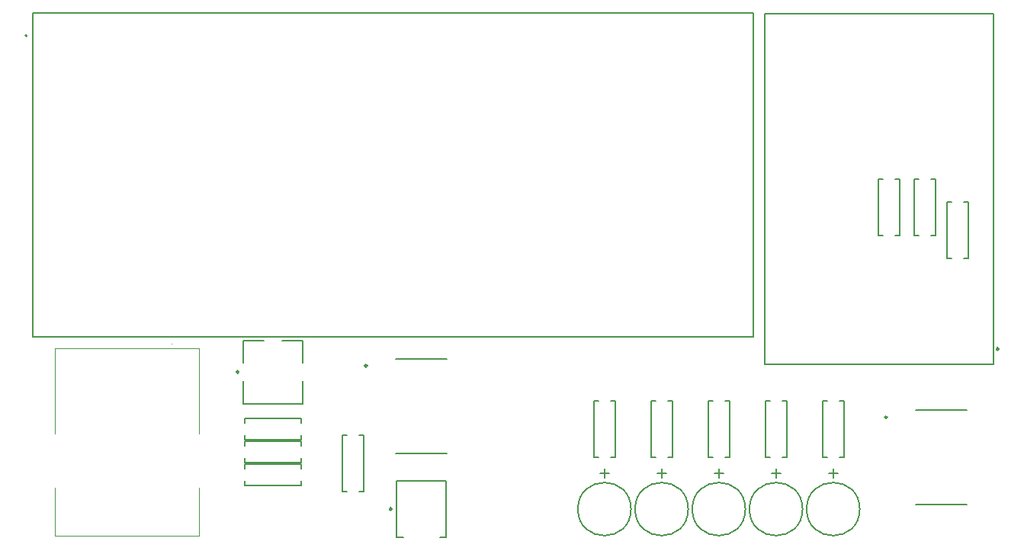
<source format=gbr>
%TF.GenerationSoftware,Altium Limited,Altium Designer,24.9.1 (31)*%
G04 Layer_Color=65535*
%FSLAX45Y45*%
%MOMM*%
%TF.SameCoordinates,93858F84-5B26-42CC-8C8E-0B90E3909A9F*%
%TF.FilePolarity,Positive*%
%TF.FileFunction,Legend,Top*%
%TF.Part,Single*%
G01*
G75*
%TA.AperFunction,NonConductor*%
%ADD32C,0.20000*%
%ADD33C,0.25000*%
%ADD34C,0.10000*%
%ADD35C,0.12700*%
D32*
X2733000Y12244000D02*
G03*
X2733000Y12244000I-10000J0D01*
G01*
X11979000Y6985000D02*
G03*
X11979000Y6985000I-295000J0D01*
G01*
X9439000D02*
G03*
X9439000Y6985000I-295000J0D01*
G01*
X10074000D02*
G03*
X10074000Y6985000I-295000J0D01*
G01*
X10709000D02*
G03*
X10709000Y6985000I-295000J0D01*
G01*
X11344000D02*
G03*
X11344000Y6985000I-295000J0D01*
G01*
X13462000Y8595502D02*
Y12486498D01*
X10922000D02*
X13462000D01*
X10922000Y8595502D02*
Y12486498D01*
Y8595502D02*
X13462000D01*
X9211401Y7558999D02*
X9264000D01*
X9024000Y8189001D02*
X9076599D01*
X9024000Y7558999D02*
X9076599D01*
X9211401Y8189001D02*
X9264000D01*
Y7558999D02*
Y8189001D01*
X9024000Y7558999D02*
Y8189001D01*
X13188300Y9768799D02*
Y10398801D01*
X12948300Y9768799D02*
Y10398801D01*
Y9768799D02*
X13000899D01*
X13135701Y10398801D02*
X13188300D01*
X13135701Y9768799D02*
X13188300D01*
X12948300Y10398801D02*
X13000899D01*
X12186300Y10022799D02*
Y10652801D01*
X12426300Y10022799D02*
Y10652801D01*
X12373701D02*
X12426300D01*
X12186300Y10022799D02*
X12238899D01*
X12186300Y10652801D02*
X12238899D01*
X12373701Y10022799D02*
X12426300D01*
X12820000D02*
Y10652801D01*
X12580000Y10022799D02*
Y10652801D01*
Y10022799D02*
X12632599D01*
X12767401Y10652801D02*
X12820000D01*
X12767401Y10022799D02*
X12820000D01*
X12580000Y10652801D02*
X12632599D01*
X11658600Y7380798D02*
X11709400D01*
X11684000Y7329998D02*
Y7431598D01*
X11633200Y7380798D02*
X11658600D01*
X11709400D02*
X11734800D01*
X9659000Y7558999D02*
Y8189001D01*
X9899000Y7558999D02*
Y8189001D01*
X9846401D02*
X9899000D01*
X9659000Y7558999D02*
X9711599D01*
X9659000Y8189001D02*
X9711599D01*
X9846401Y7558999D02*
X9899000D01*
X9118600Y7380798D02*
X9169400D01*
X9144000Y7329998D02*
Y7431598D01*
X9093200Y7380798D02*
X9118600D01*
X9169400D02*
X9194800D01*
X9753600D02*
X9804400D01*
X9779000Y7329998D02*
Y7431598D01*
X9728200Y7380798D02*
X9753600D01*
X9804400D02*
X9829800D01*
X12603500Y7031502D02*
X13168498D01*
X12603500Y8081498D02*
X13168498D01*
X11564000Y7558999D02*
Y8189001D01*
X11804000Y7558999D02*
Y8189001D01*
X11751401D02*
X11804000D01*
X11564000Y7558999D02*
X11616599D01*
X11564000Y8189001D02*
X11616599D01*
X11751401Y7558999D02*
X11804000D01*
X10929000D02*
Y8189001D01*
X11169000Y7558999D02*
Y8189001D01*
X11116401D02*
X11169000D01*
X10929000Y7558999D02*
X10981599D01*
X10929000Y8189001D02*
X10981599D01*
X11116401Y7558999D02*
X11169000D01*
X10294000D02*
Y8189001D01*
X10534000Y7558999D02*
Y8189001D01*
X10481401D02*
X10534000D01*
X10294000Y7558999D02*
X10346599D01*
X10294000Y8189001D02*
X10346599D01*
X10481401Y7558999D02*
X10534000D01*
X10388600Y7380798D02*
X10439400D01*
X10414000Y7329998D02*
Y7431598D01*
X10363200Y7380798D02*
X10388600D01*
X10439400D02*
X10464800D01*
X11023600D02*
X11074400D01*
X11049000Y7329998D02*
Y7431598D01*
X10998200Y7380798D02*
X11023600D01*
X11074400D02*
X11099800D01*
X6230000Y7177999D02*
Y7808001D01*
X6470000Y7177999D02*
Y7808001D01*
X6417401D02*
X6470000D01*
X6230000Y7177999D02*
X6282599D01*
X6230000Y7808001D02*
X6282599D01*
X6417401Y7177999D02*
X6470000D01*
X6829501Y7603002D02*
X7394499D01*
X6829501Y8652998D02*
X7394499D01*
X5563499Y8854999D02*
X5791002D01*
X5130998D02*
X5358501D01*
X5791002Y8156001D02*
Y8406501D01*
Y8611499D02*
Y8854999D01*
X5130998Y8611499D02*
Y8854999D01*
Y8156001D02*
Y8406501D01*
Y8156001D02*
X5791002D01*
X5145999Y7994000D02*
X5776001D01*
X5145999Y7754000D02*
X5776001D01*
Y7806599D01*
X5145999Y7941401D02*
Y7994000D01*
X5776001Y7941401D02*
Y7994000D01*
X5145999Y7754000D02*
Y7806599D01*
Y7486000D02*
X5776001D01*
X5145999Y7246000D02*
X5776001D01*
Y7298599D01*
X5145999Y7433401D02*
Y7486000D01*
X5776001Y7433401D02*
Y7486000D01*
X5145999Y7246000D02*
Y7298599D01*
Y7740000D02*
X5776001D01*
X5145999Y7500000D02*
X5776001D01*
Y7552599D01*
X5145999Y7687401D02*
Y7740000D01*
X5776001Y7687401D02*
Y7740000D01*
X5145999Y7500000D02*
Y7552599D01*
X6834998Y6674998D02*
Y7295002D01*
X7389002D01*
Y6674998D02*
Y7295002D01*
X6834998Y6674998D02*
X6908201D01*
X7315799D02*
X7389002D01*
D33*
X13522000Y8763000D02*
G03*
X13522000Y8763000I-12500J0D01*
G01*
X12282000Y8006000D02*
G03*
X12282000Y8006000I-12500J0D01*
G01*
X6508000Y8577500D02*
G03*
X6508000Y8577500I-12500J0D01*
G01*
X5083500Y8509000D02*
G03*
X5083500Y8509000I-12500J0D01*
G01*
X6782500Y6985000D02*
G03*
X6782500Y6985000I-12500J0D01*
G01*
D34*
X4340101Y8822501D02*
G03*
X4340101Y8812501I0J-5000D01*
G01*
D02*
G03*
X4340101Y8822501I0J5000D01*
G01*
X4640102Y7822499D02*
Y8772500D01*
X3040101D02*
X4640102D01*
X3040101Y7822499D02*
Y8772500D01*
Y6692499D02*
Y7222500D01*
Y6692499D02*
X4640102D01*
Y7222500D01*
D35*
X2797998Y8893998D02*
Y12494001D01*
Y8893998D02*
X10798002D01*
Y12494001D01*
X2797998D02*
X10798002D01*
%TF.MD5,684d1b35fc0eb8b53e39f15c9d17480f*%
M02*

</source>
